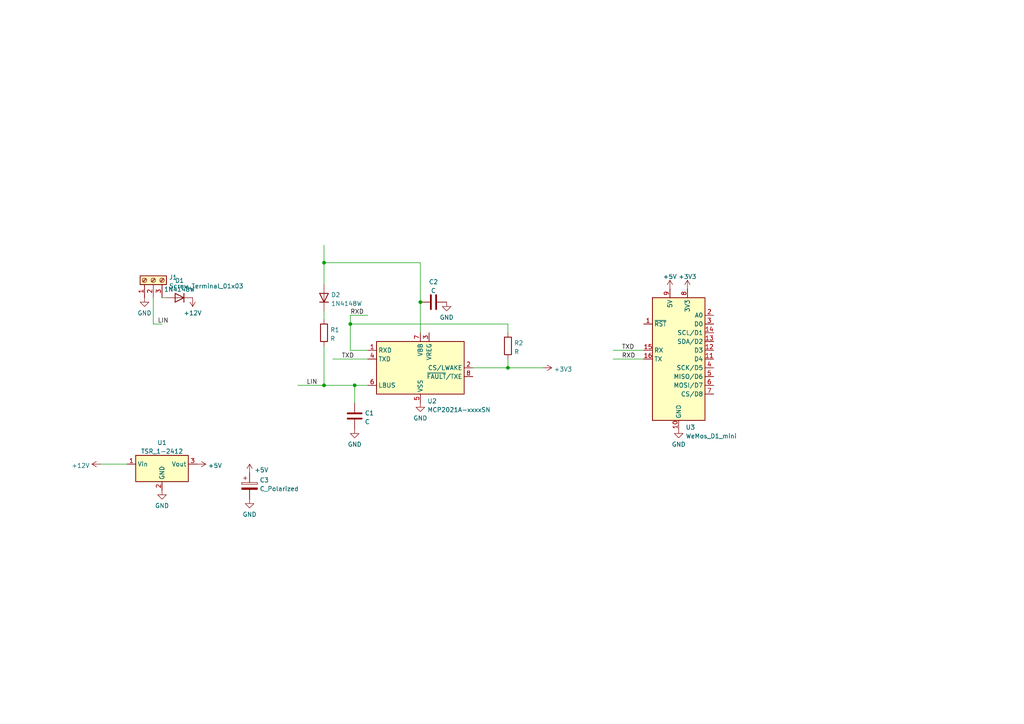
<source format=kicad_sch>
(kicad_sch (version 20211123) (generator eeschema)
  (paper "A4")
  (lib_symbols
    (symbol "Connector:Screw_Terminal_01x03" (pin_names (offset 1.016) hide)
      (property "Reference" "J" (at 0 5.08 0))
      (property "Value" "Screw_Terminal_01x03" (at 0 -5.08 0))
      (symbol "Screw_Terminal_01x03_1_1"
        (rectangle (start -1.27 3.81) (end 1.27 -3.81) (stroke (width 0.254)) (fill (type background)))
        (circle (center 0 -2.54) (radius 0.635) (stroke (width 0.1524)))
        (polyline (pts (xy -0.5334 -2.2098) (xy 0.3302 -3.048)) (stroke (width 0.1524)))
        (polyline (pts (xy -0.5334 0.3302) (xy 0.3302 -0.508)) (stroke (width 0.1524)))
        (polyline (pts (xy -0.5334 2.8702) (xy 0.3302 2.032)) (stroke (width 0.1524)))
        (polyline (pts (xy -0.3556 -2.032) (xy 0.508 -2.8702)) (stroke (width 0.1524)))
        (polyline (pts (xy -0.3556 0.508) (xy 0.508 -0.3302)) (stroke (width 0.1524)))
        (polyline (pts (xy -0.3556 3.048) (xy 0.508 2.2098)) (stroke (width 0.1524)))
        (circle (center 0 0) (radius 0.635) (stroke (width 0.1524)))
        (circle (center 0 2.54) (radius 0.635) (stroke (width 0.1524)))
        (pin passive line (at -5.08 2.54 0) (length 3.81) (name "Pin_1") (number "1"))
        (pin passive line (at -5.08 0 0) (length 3.81) (name "Pin_2") (number "2"))
        (pin passive line (at -5.08 -2.54 0) (length 3.81) (name "Pin_3") (number "3"))
      )
    )
    (symbol "Device:C" (pin_numbers hide) (pin_names (offset 0.254))
      (property "Reference" "C" (at 0.635 2.54 0))
      (property "Value" "C" (at 0.635 -2.54 0))
      (symbol "C_0_1"
        (polyline (pts (xy -2.032 -0.762) (xy 2.032 -0.762)) (stroke (width 0.508)))
        (polyline (pts (xy -2.032 0.762) (xy 2.032 0.762)) (stroke (width 0.508)))
      )
      (symbol "C_1_1"
        (pin passive line (at 0 3.81 270) (length 2.794) (name "~") (number "1"))
        (pin passive line (at 0 -3.81 90) (length 2.794) (name "~") (number "2"))
      )
    )
    (symbol "Device:C_Polarized" (pin_numbers hide) (pin_names (offset 0.254))
      (property "Reference" "C" (at 0.635 2.54 0))
      (property "Value" "C_Polarized" (at 0.635 -2.54 0))
      (symbol "C_Polarized_0_1"
        (rectangle (start -2.286 0.508) (end 2.286 1.016))
        (polyline (pts (xy -1.778 2.286) (xy -0.762 2.286)))
        (polyline (pts (xy -1.27 2.794) (xy -1.27 1.778)))
        (rectangle (start 2.286 -0.508) (end -2.286 -1.016) (fill (type outline)))
      )
      (symbol "C_Polarized_1_1"
        (pin passive line (at 0 3.81 270) (length 2.794) (name "~") (number "1"))
        (pin passive line (at 0 -3.81 90) (length 2.794) (name "~") (number "2"))
      )
    )
    (symbol "Device:R" (pin_numbers hide) (pin_names (offset 0))
      (property "Reference" "R" (at 2.032 0 90))
      (property "Value" "R" (at 0 0 90))
      (symbol "R_0_1"
        (rectangle (start -1.016 -2.54) (end 1.016 2.54) (stroke (width 0.254)))
      )
      (symbol "R_1_1"
        (pin passive line (at 0 3.81 270) (length 1.27) (name "~") (number "1"))
        (pin passive line (at 0 -3.81 90) (length 1.27) (name "~") (number "2"))
      )
    )
    (symbol "Diode:1N4148W" (pin_numbers hide) (pin_names hide)
      (property "Reference" "D" (at 0 2.54 0))
      (property "Value" "1N4148W" (at 0 -2.54 0))
      (symbol "1N4148W_0_1"
        (polyline (pts (xy -1.27 1.27) (xy -1.27 -1.27)) (stroke (width 0.254)))
        (polyline (pts (xy 1.27 0) (xy -1.27 0)))
        (polyline (pts (xy 1.27 1.27) (xy 1.27 -1.27) (xy -1.27 0) (xy 1.27 1.27)) (stroke (width 0.254)))
      )
      (symbol "1N4148W_1_1"
        (pin passive line (at -3.81 0 0) (length 2.54) (name "K") (number "1"))
        (pin passive line (at 3.81 0 180) (length 2.54) (name "A") (number "2"))
      )
    )
    (symbol "Interface_CAN_LIN:MCP2021A-xxxxSN"
      (property "Reference" "U" (at -11.811 8.763 0))
      (property "Value" "MCP2021A-xxxxSN" (at 3.81 8.89 0))
      (symbol "MCP2021A-xxxxSN_0_1"
        (rectangle (start -12.7 7.62) (end 12.7 -7.62) (stroke (width 0.254)) (fill (type background)))
      )
      (symbol "MCP2021A-xxxxSN_1_1"
        (pin output line (at -15.24 5.08 0) (length 2.54) (name "RXD") (number "1"))
        (pin input line (at 15.24 0 180) (length 2.54) (name "CS/LWAKE") (number "2"))
        (pin power_out line (at 2.54 10.16 270) (length 2.54) (name "VREG") (number "3"))
        (pin input line (at -15.24 2.54 0) (length 2.54) (name "TXD") (number "4"))
        (pin power_in line (at 0 -10.16 90) (length 2.54) (name "VSS") (number "5"))
        (pin open_collector line (at -15.24 -5.08 0) (length 2.54) (name "LBUS") (number "6"))
        (pin power_in line (at 0 10.16 270) (length 2.54) (name "VBB") (number "7"))
        (pin open_collector line (at 15.24 -2.54 180) (length 2.54) (name "~{FAULT}/TXE") (number "8"))
      )
    )
    (symbol "MCU_Module:WeMos_D1_mini"
      (property "Reference" "U" (at 3.81 19.05 0))
      (property "Value" "WeMos_D1_mini" (at 1.27 -19.05 0))
      (symbol "WeMos_D1_mini_1_1"
        (rectangle (start -7.62 17.78) (end 7.62 -17.78) (stroke (width 0.254)) (fill (type background)))
        (pin input line (at -10.16 10.16 0) (length 2.54) (name "~{RST}") (number "1"))
        (pin power_in line (at 0 -20.32 90) (length 2.54) (name "GND") (number "10"))
        (pin bidirectional line (at 10.16 0 180) (length 2.54) (name "D4") (number "11"))
        (pin bidirectional line (at 10.16 2.54 180) (length 2.54) (name "D3") (number "12"))
        (pin bidirectional line (at 10.16 5.08 180) (length 2.54) (name "SDA/D2") (number "13"))
        (pin bidirectional line (at 10.16 7.62 180) (length 2.54) (name "SCL/D1") (number "14"))
        (pin input line (at -10.16 2.54 0) (length 2.54) (name "RX") (number "15"))
        (pin output line (at -10.16 0 0) (length 2.54) (name "TX") (number "16"))
        (pin input line (at 10.16 12.7 180) (length 2.54) (name "A0") (number "2"))
        (pin bidirectional line (at 10.16 10.16 180) (length 2.54) (name "D0") (number "3"))
        (pin bidirectional line (at 10.16 -2.54 180) (length 2.54) (name "SCK/D5") (number "4"))
        (pin bidirectional line (at 10.16 -5.08 180) (length 2.54) (name "MISO/D6") (number "5"))
        (pin bidirectional line (at 10.16 -7.62 180) (length 2.54) (name "MOSI/D7") (number "6"))
        (pin bidirectional line (at 10.16 -10.16 180) (length 2.54) (name "CS/D8") (number "7"))
        (pin power_out line (at 2.54 20.32 270) (length 2.54) (name "3V3") (number "8"))
        (pin power_in line (at -2.54 20.32 270) (length 2.54) (name "5V") (number "9"))
      )
    )
    (symbol "Regulator_Switching:TSR_1-2412"
      (property "Reference" "U" (at -7.62 6.35 0))
      (property "Value" "TSR_1-2412" (at -1.27 6.35 0))
      (symbol "TSR_1-2412_0_1"
        (rectangle (start -7.62 5.08) (end 7.62 -2.54) (stroke (width 0.254)) (fill (type background)))
      )
      (symbol "TSR_1-2412_1_1"
        (pin power_in line (at -10.16 2.54 0) (length 2.54) (name "Vin") (number "1"))
        (pin power_in line (at 0 -5.08 90) (length 2.54) (name "GND") (number "2"))
        (pin power_out line (at 10.16 2.54 180) (length 2.54) (name "Vout") (number "3"))
      )
    )
    (symbol "power:+12V" (power) (pin_names (offset 0))
      (property "Value" "+12V" (at 0 3.556 0))
      (symbol "+12V_0_1"
        (polyline (pts (xy -0.762 1.27) (xy 0 2.54)))
        (polyline (pts (xy 0 0) (xy 0 2.54)))
        (polyline (pts (xy 0 2.54) (xy 0.762 1.27)))
      )
      (symbol "+12V_1_1"
        (pin power_in line (at 0 0 90) (length 0) hide (name "+12V") (number "1"))
      )
    )
    (symbol "power:+3V3" (power) (pin_names (offset 0))
      (property "Value" "+3V3" (at 0 3.556 0))
      (symbol "+3V3_0_1"
        (polyline (pts (xy -0.762 1.27) (xy 0 2.54)))
        (polyline (pts (xy 0 0) (xy 0 2.54)))
        (polyline (pts (xy 0 2.54) (xy 0.762 1.27)))
      )
      (symbol "+3V3_1_1"
        (pin power_in line (at 0 0 90) (length 0) hide (name "+3V3") (number "1"))
      )
    )
    (symbol "power:+5V" (power) (pin_names (offset 0))
      (property "Value" "+5V" (at 0 3.556 0))
      (symbol "+5V_0_1"
        (polyline (pts (xy -0.762 1.27) (xy 0 2.54)))
        (polyline (pts (xy 0 0) (xy 0 2.54)))
        (polyline (pts (xy 0 2.54) (xy 0.762 1.27)))
      )
      (symbol "+5V_1_1"
        (pin power_in line (at 0 0 90) (length 0) hide (name "+5V") (number "1"))
      )
    )
    (symbol "power:GND" (power) (pin_names (offset 0))
      (property "Value" "GND" (at 0 -3.81 0))
      (symbol "GND_0_1"
        (polyline (pts (xy 0 0) (xy 0 -1.27) (xy 1.27 -1.27) (xy 0 -2.54) (xy -1.27 -1.27) (xy 0 -1.27)))
      )
      (symbol "GND_1_1"
        (pin power_in line (at 0 0 270) (length 0) hide (name "GND") (number "1"))
      )
    )
  )
  (junction (at 121.92 87.63))
  (junction (at 93.98 111.76))
  (junction (at 102.87 111.76))
  (junction (at 93.98 76.2))
  (junction (at 101.6 93.98))
  (junction (at 147.32 106.68))
  (wire (pts (xy 46.99 86.36) (xy 48.26 86.36)))
  (wire (pts (xy 102.87 111.76) (xy 106.68 111.76)))
  (wire (pts (xy 147.32 106.68) (xy 157.48 106.68)))
  (wire (pts (xy 147.32 106.68) (xy 147.32 104.14)))
  (wire (pts (xy 102.87 111.76) (xy 102.87 116.84)))
  (wire (pts (xy 121.92 76.2) (xy 121.92 87.63)))
  (wire (pts (xy 101.6 91.44) (xy 101.6 93.98)))
  (wire (pts (xy 101.6 91.44) (xy 106.68 91.44)))
  (wire (pts (xy 93.98 111.76) (xy 102.87 111.76)))
  (wire (pts (xy 177.8 104.14) (xy 186.69 104.14)))
  (wire (pts (xy 93.98 100.33) (xy 93.98 111.76)))
  (wire (pts (xy 93.98 76.2) (xy 93.98 82.55)))
  (wire (pts (xy 86.36 111.76) (xy 93.98 111.76)))
  (wire (pts (xy 106.68 101.6) (xy 101.6 101.6)))
  (wire (pts (xy 96.52 104.14) (xy 106.68 104.14)))
  (wire (pts (xy 147.32 96.52) (xy 147.32 93.98)))
  (wire (pts (xy 44.45 93.98) (xy 46.99 93.98)))
  (wire (pts (xy 147.32 93.98) (xy 101.6 93.98)))
  (wire (pts (xy 137.16 106.68) (xy 147.32 106.68)))
  (wire (pts (xy 29.21 134.62) (xy 36.83 134.62)))
  (wire (pts (xy 177.8 101.6) (xy 186.69 101.6)))
  (wire (pts (xy 121.92 76.2) (xy 93.98 76.2)))
  (wire (pts (xy 93.98 90.17) (xy 93.98 92.71)))
  (wire (pts (xy 101.6 93.98) (xy 101.6 101.6)))
  (wire (pts (xy 121.92 87.63) (xy 121.92 96.52)))
  (wire (pts (xy 93.98 71.12) (xy 93.98 76.2)))
  (wire (pts (xy 44.45 86.36) (xy 44.45 93.98)))
  (label "LIN" (at 88.9 111.76 0))
  (label "RXD" (at 101.6 91.44 0))
  (label "TXD" (at 99.06 104.14 0))
  (label "TXD" (at 180.34 101.6 0))
  (label "LIN" (at 45.72 93.98 0))
  (label "RXD" (at 180.34 104.14 0))
  (symbol (lib_id "power:+5V") (at 194.31 83.82 0) (unit 1)
    (property "Reference" "#PWR0104" (effects hide))
    (property "Value" "+5V" (at 194.31 80.2442 0))
  )
  (symbol (lib_id "power:GND") (at 121.92 116.84 0) (mirror y) (unit 1)
    (property "Reference" "#PWR0101" (effects hide))
    (property "Value" "GND" (at 121.92 121.2834 0))
  )
  (symbol (lib_id "power:GND") (at 102.87 124.46 0) (unit 1)
    (property "Reference" "#PWR0108" (effects hide))
    (property "Value" "GND" (at 102.87 128.9034 0))
  )
  (symbol (lib_id "Connector:Screw_Terminal_01x03") (at 44.45 81.28 90) (unit 1)
    (property "Reference" "J1" (at 49.022 80.4453 90) (effects (justify right)))
    (property "Value" "Screw_Terminal_01x03" (at 49.022 82.9822 90) (effects (justify right)))
    (property "Footprint" "TerminalBlock_TE-Connectivity:TerminalBlock_TE_282834-3_1x03_P2.54mm_Horizontal" (effects hide))
  )
  (symbol (lib_id "Device:C") (at 125.73 87.63 90) (unit 1)
    (property "Reference" "C2" (at 125.73 81.7712 90))
    (property "Value" "C" (at 125.73 84.3081 90))
    (property "Footprint" "Capacitor_SMD:C_0805_2012Metric" (effects hide))
  )
  (symbol (lib_id "power:+5V") (at 57.15 134.62 270) (unit 1)
    (property "Reference" "#PWR0112" (effects hide))
    (property "Value" "+5V" (at 60.325 135.0538 90) (effects (justify left)))
  )
  (symbol (lib_id "power:+3V3") (at 157.48 106.68 270) (unit 1)
    (property "Reference" "#PWR0103" (effects hide))
    (property "Value" "+3V3" (at 160.655 107.1138 90) (effects (justify left)))
  )
  (symbol (lib_id "power:GND") (at 46.99 142.24 0) (unit 1)
    (property "Reference" "#PWR0109" (effects hide))
    (property "Value" "GND" (at 46.99 146.6834 0))
  )
  (symbol (lib_id "power:GND") (at 72.39 144.78 0) (unit 1)
    (property "Reference" "#PWR0113" (effects hide))
    (property "Value" "GND" (at 72.39 149.2234 0))
  )
  (symbol (lib_id "power:GND") (at 129.54 87.63 0) (unit 1)
    (property "Reference" "#PWR0102" (effects hide))
    (property "Value" "GND" (at 129.54 92.0734 0))
  )
  (symbol (lib_id "Device:C") (at 102.87 120.65 0) (unit 1)
    (property "Reference" "C1" (at 105.791 119.8153 0) (effects (justify left)))
    (property "Value" "C" (at 105.791 122.3522 0) (effects (justify left)))
    (property "Footprint" "Capacitor_SMD:C_0805_2012Metric" (effects hide))
  )
  (symbol (lib_id "Diode:1N4148W") (at 93.98 86.36 90) (unit 1)
    (property "Reference" "D2" (at 96.012 85.5253 90) (effects (justify right)))
    (property "Value" "1N4148W" (at 96.012 88.0622 90) (effects (justify right)))
    (property "Footprint" "Diode_SMD:D_SOD-123" (effects hide))
    (property "Datasheet" "https://www.vishay.com/docs/85748/1n4148w.pdf" (effects hide))
  )
  (symbol (lib_id "power:+12V") (at 29.21 134.62 90) (unit 1)
    (property "Reference" "#PWR0110" (effects hide))
    (property "Value" "+12V" (at 26.035 135.0538 90) (effects (justify left)))
  )
  (symbol (lib_id "power:+3V3") (at 199.39 83.82 0) (unit 1)
    (property "Reference" "#PWR0111" (effects hide))
    (property "Value" "+3V3" (at 199.39 80.2442 0))
  )
  (symbol (lib_id "Interface_CAN_LIN:MCP2021A-xxxxSN") (at 121.92 106.68 0) (unit 1)
    (property "Reference" "U2" (at 123.9394 116.3304 0) (effects (justify left)))
    (property "Value" "MCP2021A-xxxxSN" (at 123.9394 118.8673 0) (effects (justify left)))
    (property "Footprint" "Package_SO:SOIC-8_3.9x4.9mm_P1.27mm" (effects hide))
    (property "Datasheet" "http://ww1.microchip.com/downloads/en/DeviceDoc/20002298C.pdf" (effects hide))
  )
  (symbol (lib_id "Device:R") (at 147.32 100.33 0) (unit 1)
    (property "Reference" "R2" (at 149.098 99.4953 0) (effects (justify left)))
    (property "Value" "R" (at 149.098 102.0322 0) (effects (justify left)))
    (property "Footprint" "Resistor_SMD:R_0805_2012Metric" (effects hide))
  )
  (symbol (lib_id "power:+5V") (at 72.39 137.16 0) (unit 1)
    (property "Reference" "#PWR0114" (effects hide))
    (property "Value" "+5V" (at 73.787 136.3238 0) (effects (justify left)))
  )
  (symbol (lib_id "Diode:1N4148W") (at 52.07 86.36 180) (unit 1)
    (property "Reference" "D1" (at 52.07 81.3902 0))
    (property "Value" "1N4148W" (at 52.07 83.9271 0))
    (property "Footprint" "Diode_SMD:D_SOD-123" (effects hide))
    (property "Datasheet" "https://www.vishay.com/docs/85748/1n4148w.pdf" (effects hide))
  )
  (symbol (lib_id "power:GND") (at 41.91 86.36 0) (unit 1)
    (property "Reference" "#PWR0107" (effects hide))
    (property "Value" "GND" (at 41.91 90.8034 0))
  )
  (symbol (lib_id "power:+12V") (at 55.88 86.36 180) (unit 1)
    (property "Reference" "#PWR0106" (effects hide))
    (property "Value" "+12V" (at 55.88 90.8034 0))
  )
  (symbol (lib_id "Device:C_Polarized") (at 72.39 140.97 0) (unit 1)
    (property "Reference" "C3" (at 75.311 139.2463 0) (effects (justify left)))
    (property "Value" "C_Polarized" (at 75.311 141.7832 0) (effects (justify left)))
    (property "Footprint" "Capacitor_SMD:CP_Elec_8x10" (effects hide))
  )
  (symbol (lib_id "MCU_Module:WeMos_D1_mini") (at 196.85 104.14 0) (unit 1)
    (property "Reference" "U3" (at 198.8694 123.9504 0) (effects (justify left)))
    (property "Value" "WeMos_D1_mini" (at 198.8694 126.4873 0) (effects (justify left)))
    (property "Footprint" "Module:WEMOS_D1_mini_light" (effects hide))
    (property "Datasheet" "https://wiki.wemos.cc/products:d1:d1_mini#documentation" (effects hide))
  )
  (symbol (lib_id "power:GND") (at 196.85 124.46 0) (unit 1)
    (property "Reference" "#PWR0105" (effects hide))
    (property "Value" "GND" (at 196.85 128.9034 0))
  )
  (symbol (lib_id "Device:R") (at 93.98 96.52 0) (unit 1)
    (property "Reference" "R1" (at 95.758 95.6853 0) (effects (justify left)))
    (property "Value" "R" (at 95.758 98.2222 0) (effects (justify left)))
    (property "Footprint" "Resistor_SMD:R_0805_2012Metric" (effects hide))
  )
  (symbol (lib_id "Regulator_Switching:TSR_1-2412") (at 46.99 137.16 0) (unit 1)
    (property "Reference" "U1" (at 46.99 128.3802 0))
    (property "Value" "TSR_1-2412" (at 46.99 130.9171 0))
    (property "Footprint" "Converter_DCDC:Converter_DCDC_TRACO_TSR-1_THT" (effects hide))
    (property "Datasheet" "http://www.tracopower.com/products/tsr1.pdf" (effects hide))
  )
)
</source>
